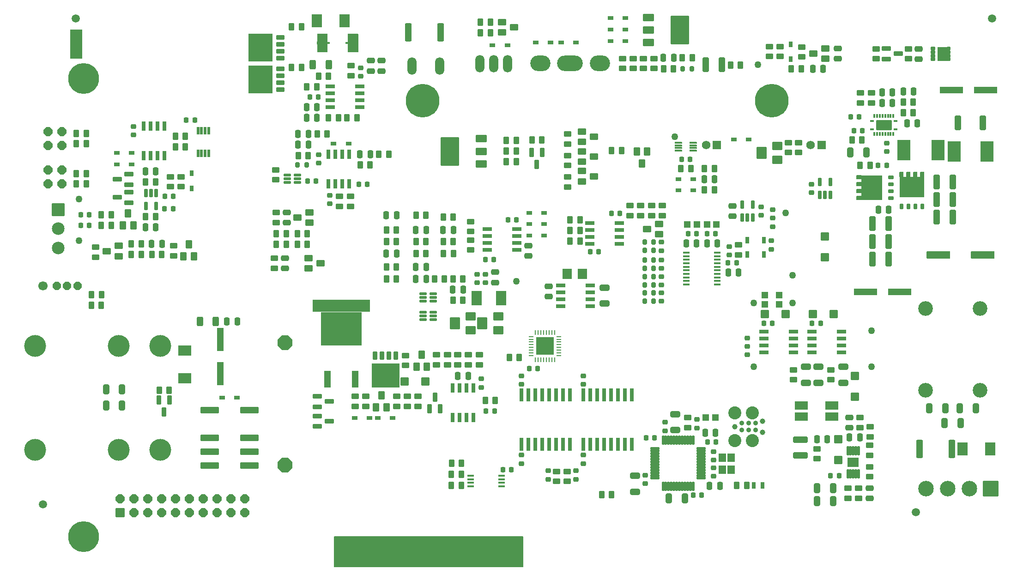
<source format=gbr>
%TF.GenerationSoftware,KiCad,Pcbnew,9.0.5-9.0.5~ubuntu24.04.1*%
%TF.CreationDate,2025-10-22T17:54:57+02:00*%
%TF.ProjectId,EEZ DIB DCP405plus,45455a20-4449-4422-9044-435034303570,r4B2*%
%TF.SameCoordinates,Original*%
%TF.FileFunction,Soldermask,Top*%
%TF.FilePolarity,Negative*%
%FSLAX46Y46*%
G04 Gerber Fmt 4.6, Leading zero omitted, Abs format (unit mm)*
G04 Created by KiCad (PCBNEW 9.0.5-9.0.5~ubuntu24.04.1) date 2025-10-22 17:54:57*
%MOMM*%
%LPD*%
G01*
G04 APERTURE LIST*
G04 Aperture macros list*
%AMRoundRect*
0 Rectangle with rounded corners*
0 $1 Rounding radius*
0 $2 $3 $4 $5 $6 $7 $8 $9 X,Y pos of 4 corners*
0 Add a 4 corners polygon primitive as box body*
4,1,4,$2,$3,$4,$5,$6,$7,$8,$9,$2,$3,0*
0 Add four circle primitives for the rounded corners*
1,1,$1+$1,$2,$3*
1,1,$1+$1,$4,$5*
1,1,$1+$1,$6,$7*
1,1,$1+$1,$8,$9*
0 Add four rect primitives between the rounded corners*
20,1,$1+$1,$2,$3,$4,$5,0*
20,1,$1+$1,$4,$5,$6,$7,0*
20,1,$1+$1,$6,$7,$8,$9,0*
20,1,$1+$1,$8,$9,$2,$3,0*%
%AMFreePoly0*
4,1,25,0.359640,0.808373,0.364542,0.803882,0.803882,0.364542,0.825910,0.317301,0.826200,0.310660,0.826200,-0.310660,0.808373,-0.359640,0.803882,-0.364542,0.364542,-0.803882,0.317301,-0.825910,0.310660,-0.826200,-0.310660,-0.826200,-0.359640,-0.808373,-0.364542,-0.803882,-0.803882,-0.364542,-0.825910,-0.317301,-0.826200,-0.310660,-0.826200,0.310660,-0.808373,0.359640,-0.803882,0.364542,
-0.364542,0.803882,-0.317301,0.825910,-0.310660,0.826200,0.310660,0.826200,0.359640,0.808373,0.359640,0.808373,$1*%
%AMFreePoly1*
4,1,25,0.328574,0.733373,0.333476,0.728882,0.728882,0.333476,0.750910,0.286235,0.751200,0.279594,0.751200,-0.279594,0.733373,-0.328574,0.728882,-0.333476,0.333476,-0.728882,0.286235,-0.750910,0.279594,-0.751200,-0.279594,-0.751200,-0.328574,-0.733373,-0.333476,-0.728882,-0.728882,-0.333476,-0.750910,-0.286235,-0.751200,-0.279594,-0.751200,0.279594,-0.733373,0.328574,-0.728882,0.333476,
-0.333476,0.728882,-0.286235,0.750910,-0.279594,0.751200,0.279594,0.751200,0.328574,0.733373,0.328574,0.733373,$1*%
%AMFreePoly2*
4,1,25,0.575031,1.328373,0.579933,1.323882,1.323882,0.579933,1.345910,0.532692,1.346200,0.526051,1.346200,-0.526051,1.328373,-0.575031,1.323882,-0.579933,0.579933,-1.323882,0.532692,-1.345910,0.526051,-1.346200,-0.526051,-1.346200,-0.575031,-1.328373,-0.579933,-1.323882,-1.323882,-0.579933,-1.345910,-0.532692,-1.346200,-0.526051,-1.346200,0.526051,-1.328373,0.575031,-1.323882,0.579933,
-0.579933,1.323882,-0.532692,1.345910,-0.526051,1.346200,0.526051,1.346200,0.575031,1.328373,0.575031,1.328373,$1*%
G04 Aperture macros list end*
%ADD10C,0.100000*%
%ADD11C,0.000000*%
%ADD12C,0.200000*%
%ADD13RoundRect,0.061553X-0.301947X0.776947X-0.301947X-0.776947X0.301947X-0.776947X0.301947X0.776947X0*%
%ADD14RoundRect,0.250000X-0.262500X-0.450000X0.262500X-0.450000X0.262500X0.450000X-0.262500X0.450000X0*%
%ADD15RoundRect,0.057285X2.101715X0.615815X-2.101715X0.615815X-2.101715X-0.615815X2.101715X-0.615815X0*%
%ADD16RoundRect,0.076200X0.571500X0.114300X-0.571500X0.114300X-0.571500X-0.114300X0.571500X-0.114300X0*%
%ADD17RoundRect,0.250000X-0.250000X-0.475000X0.250000X-0.475000X0.250000X0.475000X-0.250000X0.475000X0*%
%ADD18RoundRect,0.250000X0.262500X0.450000X-0.262500X0.450000X-0.262500X-0.450000X0.262500X-0.450000X0*%
%ADD19R,1.092200X0.762000*%
%ADD20RoundRect,0.250000X0.325000X1.100000X-0.325000X1.100000X-0.325000X-1.100000X0.325000X-1.100000X0*%
%ADD21RoundRect,0.225000X-0.225000X-0.250000X0.225000X-0.250000X0.225000X0.250000X-0.225000X0.250000X0*%
%ADD22RoundRect,0.057888X2.050312X0.564412X-2.050312X0.564412X-2.050312X-0.564412X2.050312X-0.564412X0*%
%ADD23RoundRect,0.250000X-0.450000X0.262500X-0.450000X-0.262500X0.450000X-0.262500X0.450000X0.262500X0*%
%ADD24O,1.676400X3.200400*%
%ADD25RoundRect,0.061553X0.776947X0.301947X-0.776947X0.301947X-0.776947X-0.301947X0.776947X-0.301947X0*%
%ADD26RoundRect,0.250000X-0.325000X-0.650000X0.325000X-0.650000X0.325000X0.650000X-0.325000X0.650000X0*%
%ADD27C,1.270000*%
%ADD28RoundRect,0.057888X-2.050312X-0.564412X2.050312X-0.564412X2.050312X0.564412X-2.050312X0.564412X0*%
%ADD29RoundRect,0.250000X-0.475000X0.250000X-0.475000X-0.250000X0.475000X-0.250000X0.475000X0.250000X0*%
%ADD30RoundRect,0.200000X-0.200000X-0.275000X0.200000X-0.275000X0.200000X0.275000X-0.200000X0.275000X0*%
%ADD31RoundRect,0.250000X0.325000X0.650000X-0.325000X0.650000X-0.325000X-0.650000X0.325000X-0.650000X0*%
%ADD32RoundRect,0.102000X0.800000X0.650000X-0.800000X0.650000X-0.800000X-0.650000X0.800000X-0.650000X0*%
%ADD33RoundRect,0.102000X0.800000X1.000000X-0.800000X1.000000X-0.800000X-1.000000X0.800000X-1.000000X0*%
%ADD34RoundRect,0.225000X0.225000X0.250000X-0.225000X0.250000X-0.225000X-0.250000X0.225000X-0.250000X0*%
%ADD35RoundRect,0.250000X-0.325000X-1.100000X0.325000X-1.100000X0.325000X1.100000X-0.325000X1.100000X0*%
%ADD36RoundRect,0.225000X-0.250000X0.225000X-0.250000X-0.225000X0.250000X-0.225000X0.250000X0.225000X0*%
%ADD37RoundRect,0.057573X0.971127X0.590127X-0.971127X0.590127X-0.971127X-0.590127X0.971127X-0.590127X0*%
%ADD38RoundRect,0.053238X1.610462X2.562962X-1.610462X2.562962X-1.610462X-2.562962X1.610462X-2.562962X0*%
%ADD39RoundRect,0.250000X0.450000X-0.262500X0.450000X0.262500X-0.450000X0.262500X-0.450000X-0.262500X0*%
%ADD40RoundRect,0.055408X-0.708092X-0.708092X0.708092X-0.708092X0.708092X0.708092X-0.708092X0.708092X0*%
%ADD41RoundRect,0.250000X0.250000X0.475000X-0.250000X0.475000X-0.250000X-0.475000X0.250000X-0.475000X0*%
%ADD42RoundRect,0.200000X0.200000X0.275000X-0.200000X0.275000X-0.200000X-0.275000X0.200000X-0.275000X0*%
%ADD43RoundRect,0.057252X0.556248X-0.506248X0.556248X0.506248X-0.556248X0.506248X-0.556248X-0.506248X0*%
%ADD44RoundRect,0.066040X0.264160X-0.429260X0.264160X0.429260X-0.264160X0.429260X-0.264160X-0.429260X0*%
%ADD45RoundRect,0.063500X-0.317500X0.419100X-0.317500X-0.419100X0.317500X-0.419100X0.317500X0.419100X0*%
%ADD46R,4.445000X3.810000*%
%ADD47RoundRect,0.071582X0.753918X0.322118X-0.753918X0.322118X-0.753918X-0.322118X0.753918X-0.322118X0*%
%ADD48RoundRect,0.250000X0.362500X1.075000X-0.362500X1.075000X-0.362500X-1.075000X0.362500X-1.075000X0*%
%ADD49RoundRect,0.066842X-0.872958X-0.250658X0.872958X-0.250658X0.872958X0.250658X-0.872958X0.250658X0*%
%ADD50RoundRect,0.071582X-0.753918X-0.322118X0.753918X-0.322118X0.753918X0.322118X-0.753918X0.322118X0*%
%ADD51RoundRect,0.057252X0.506248X0.706248X-0.506248X0.706248X-0.506248X-0.706248X0.506248X-0.706248X0*%
%ADD52RoundRect,0.225000X0.250000X-0.225000X0.250000X0.225000X-0.250000X0.225000X-0.250000X-0.225000X0*%
%ADD53RoundRect,0.071582X-0.322118X0.753918X-0.322118X-0.753918X0.322118X-0.753918X0.322118X0.753918X0*%
%ADD54O,3.704000X2.844000*%
%ADD55O,4.704000X2.844000*%
%ADD56RoundRect,0.078509X0.734291X-0.137391X0.734291X0.137391X-0.734291X0.137391X-0.734291X-0.137391X0*%
%ADD57RoundRect,0.078509X-0.137391X-0.734291X0.137391X-0.734291X0.137391X0.734291X-0.137391X0.734291X0*%
%ADD58RoundRect,0.062345X0.280555X-1.156855X0.280555X1.156855X-0.280555X1.156855X-0.280555X-1.156855X0*%
%ADD59RoundRect,0.250000X-0.312500X-0.625000X0.312500X-0.625000X0.312500X0.625000X-0.312500X0.625000X0*%
%ADD60RoundRect,0.072571X0.181429X-0.619579X0.181429X0.619579X-0.181429X0.619579X-0.181429X-0.619579X0*%
%ADD61RoundRect,0.055408X-0.708092X0.708092X-0.708092X-0.708092X0.708092X-0.708092X0.708092X0.708092X0*%
%ADD62RoundRect,0.057252X-0.706248X0.506248X-0.706248X-0.506248X0.706248X-0.506248X0.706248X0.506248X0*%
%ADD63R,0.762000X1.295400*%
%ADD64RoundRect,0.072571X-0.587829X-0.181429X0.587829X-0.181429X0.587829X0.181429X-0.587829X0.181429X0*%
%ADD65RoundRect,0.061860X0.364340X0.714340X-0.364340X0.714340X-0.364340X-0.714340X0.364340X-0.714340X0*%
%ADD66RoundRect,0.052600X2.523600X2.173600X-2.523600X2.173600X-2.523600X-2.173600X2.523600X-2.173600X0*%
%ADD67RoundRect,0.054384X-1.109116X0.909116X-1.109116X-0.909116X1.109116X-0.909116X1.109116X0.909116X0*%
%ADD68RoundRect,0.062345X0.280555X-0.661555X0.280555X0.661555X-0.280555X0.661555X-0.280555X-0.661555X0*%
%ADD69C,2.387600*%
%ADD70C,0.990600*%
%ADD71RoundRect,0.457200X-0.000010X-0.000010X0.000010X-0.000010X0.000010X0.000010X-0.000010X0.000010X0*%
%ADD72RoundRect,0.083058X-0.293142X0.113142X-0.293142X-0.113142X0.293142X-0.113142X0.293142X0.113142X0*%
%ADD73RoundRect,0.083058X-0.113142X-0.293142X0.113142X-0.293142X0.113142X0.293142X-0.113142X0.293142X0*%
%ADD74RoundRect,0.083058X0.113142X0.293142X-0.113142X0.293142X-0.113142X-0.293142X0.113142X-0.293142X0*%
%ADD75RoundRect,0.083058X0.293142X-0.113142X0.293142X0.113142X-0.293142X0.113142X-0.293142X-0.113142X0*%
%ADD76RoundRect,0.055354X-1.370846X0.870846X-1.370846X-0.870846X1.370846X-0.870846X1.370846X0.870846X0*%
%ADD77RoundRect,0.250000X-0.650000X0.325000X-0.650000X-0.325000X0.650000X-0.325000X0.650000X0.325000X0*%
%ADD78RoundRect,0.057252X-0.506248X-0.556248X0.506248X-0.556248X0.506248X0.556248X-0.506248X0.556248X0*%
%ADD79RoundRect,0.076200X0.750000X0.750000X-0.750000X0.750000X-0.750000X-0.750000X0.750000X-0.750000X0*%
%ADD80FreePoly0,180.000000*%
%ADD81RoundRect,0.055408X0.708092X-0.708092X0.708092X0.708092X-0.708092X0.708092X-0.708092X-0.708092X0*%
%ADD82C,1.500000*%
%ADD83RoundRect,0.057252X-0.506248X-0.706248X0.506248X-0.706248X0.506248X0.706248X-0.506248X0.706248X0*%
%ADD84RoundRect,0.102000X-1.050000X1.050000X-1.050000X-1.050000X1.050000X-1.050000X1.050000X1.050000X0*%
%ADD85C,2.304000*%
%ADD86RoundRect,0.061553X-0.776947X-0.301947X0.776947X-0.301947X0.776947X0.301947X-0.776947X0.301947X0*%
%ADD87RoundRect,0.071582X0.322118X-0.753918X0.322118X0.753918X-0.322118X0.753918X-0.322118X-0.753918X0*%
%ADD88RoundRect,0.250000X0.650000X-0.325000X0.650000X0.325000X-0.650000X0.325000X-0.650000X-0.325000X0*%
%ADD89RoundRect,0.250000X-0.362500X-1.425000X0.362500X-1.425000X0.362500X1.425000X-0.362500X1.425000X0*%
%ADD90RoundRect,0.058542X-1.597658X-0.517658X1.597658X-0.517658X1.597658X0.517658X-1.597658X0.517658X0*%
%ADD91RoundRect,0.061860X0.714340X-0.364340X0.714340X0.364340X-0.714340X0.364340X-0.714340X-0.364340X0*%
%ADD92RoundRect,0.052600X2.173600X-2.523600X2.173600X2.523600X-2.173600X2.523600X-2.173600X-2.523600X0*%
%ADD93RoundRect,0.250000X0.362500X1.425000X-0.362500X1.425000X-0.362500X-1.425000X0.362500X-1.425000X0*%
%ADD94R,0.762000X1.092200*%
%ADD95RoundRect,0.057252X0.706248X-0.506248X0.706248X0.506248X-0.706248X0.506248X-0.706248X-0.506248X0*%
%ADD96RoundRect,0.102000X-0.600000X-0.700000X0.600000X-0.700000X0.600000X0.700000X-0.600000X0.700000X0*%
%ADD97RoundRect,0.250000X0.475000X-0.250000X0.475000X0.250000X-0.475000X0.250000X-0.475000X-0.250000X0*%
%ADD98RoundRect,0.054832X-0.808668X-0.908668X0.808668X-0.908668X0.808668X0.908668X-0.808668X0.908668X0*%
%ADD99C,1.700000*%
%ADD100FreePoly1,180.000000*%
%ADD101C,5.652400*%
%ADD102RoundRect,0.057888X-0.564412X2.050312X-0.564412X-2.050312X0.564412X-2.050312X0.564412X2.050312X0*%
%ADD103RoundRect,0.066040X0.429260X0.264160X-0.429260X0.264160X-0.429260X-0.264160X0.429260X-0.264160X0*%
%ADD104RoundRect,0.063500X-0.419100X-0.317500X0.419100X-0.317500X0.419100X0.317500X-0.419100X0.317500X0*%
%ADD105R,3.810000X4.445000*%
%ADD106RoundRect,0.102000X1.320000X1.320000X-1.320000X1.320000X-1.320000X-1.320000X1.320000X-1.320000X0*%
%ADD107C,2.844000*%
%ADD108RoundRect,0.102000X-0.350000X-0.210000X0.350000X-0.210000X0.350000X0.210000X-0.350000X0.210000X0*%
%ADD109RoundRect,0.102000X-0.850000X-1.185000X0.850000X-1.185000X0.850000X1.185000X-0.850000X1.185000X0*%
%ADD110RoundRect,0.102000X-0.225000X-0.210000X0.225000X-0.210000X0.225000X0.210000X-0.225000X0.210000X0*%
%ADD111RoundRect,0.076200X0.419100X0.254000X-0.419100X0.254000X-0.419100X-0.254000X0.419100X-0.254000X0*%
%ADD112RoundRect,0.076200X0.889000X0.673100X-0.889000X0.673100X-0.889000X-0.673100X0.889000X-0.673100X0*%
%ADD113RoundRect,0.081280X0.629920X0.121920X-0.629920X0.121920X-0.629920X-0.121920X0.629920X-0.121920X0*%
%ADD114RoundRect,0.076200X-0.889000X-0.673100X0.889000X-0.673100X0.889000X0.673100X-0.889000X0.673100X0*%
%ADD115RoundRect,0.076200X-0.419100X-0.254000X0.419100X-0.254000X0.419100X0.254000X-0.419100X0.254000X0*%
%ADD116RoundRect,0.081280X-0.629920X-0.121920X0.629920X-0.121920X0.629920X0.121920X-0.629920X0.121920X0*%
%ADD117R,1.168400X0.304800*%
%ADD118FreePoly0,0.000000*%
%ADD119RoundRect,0.102000X0.679000X0.679000X-0.679000X0.679000X-0.679000X-0.679000X0.679000X-0.679000X0*%
%ADD120C,1.562000*%
%ADD121RoundRect,0.250000X-1.100000X0.325000X-1.100000X-0.325000X1.100000X-0.325000X1.100000X0.325000X0*%
%ADD122RoundRect,0.054384X0.909116X1.109116X-0.909116X1.109116X-0.909116X-1.109116X0.909116X-1.109116X0*%
%ADD123R,1.300000X3.100000*%
%ADD124R,10.600000X2.250000*%
%ADD125R,7.500000X6.200000*%
%ADD126RoundRect,0.056330X-1.169870X-0.719870X1.169870X-0.719870X1.169870X0.719870X-1.169870X0.719870X0*%
%ADD127RoundRect,0.054166X1.172034X-1.772034X1.172034X1.772034X-1.172034X1.772034X-1.172034X-1.772034X0*%
%ADD128RoundRect,0.055408X0.708092X0.708092X-0.708092X0.708092X-0.708092X-0.708092X0.708092X-0.708092X0*%
%ADD129RoundRect,0.062345X-0.280555X0.661555X-0.280555X-0.661555X0.280555X-0.661555X0.280555X0.661555X0*%
%ADD130FreePoly2,0.000000*%
%ADD131RoundRect,0.057573X-0.971127X-0.590127X0.971127X-0.590127X0.971127X0.590127X-0.971127X0.590127X0*%
%ADD132RoundRect,0.053238X-1.610462X-2.562962X1.610462X-2.562962X1.610462X2.562962X-1.610462X2.562962X0*%
%ADD133C,2.692400*%
%ADD134RoundRect,0.078509X0.137391X-0.772391X0.137391X0.772391X-0.137391X0.772391X-0.137391X-0.772391X0*%
%ADD135RoundRect,0.055716X0.960284X-0.807884X0.960284X0.807884X-0.960284X0.807884X-0.960284X-0.807884X0*%
%ADD136RoundRect,0.250000X0.312500X0.625000X-0.312500X0.625000X-0.312500X-0.625000X0.312500X-0.625000X0*%
%ADD137R,0.914400X0.254000*%
%ADD138R,0.254000X0.914400*%
%ADD139R,3.251200X3.251200*%
%ADD140C,4.000000*%
%ADD141RoundRect,0.061553X0.301947X-0.776947X0.301947X0.776947X-0.301947X0.776947X-0.301947X-0.776947X0*%
%ADD142R,0.736600X1.193800*%
%ADD143RoundRect,0.054384X-0.909116X-1.109116X0.909116X-1.109116X0.909116X1.109116X-0.909116X1.109116X0*%
%ADD144C,6.152400*%
G04 APERTURE END LIST*
D10*
X66998850Y-53955950D02*
X69094350Y-53955950D01*
X69094350Y-59226450D01*
X66998850Y-59226450D01*
X66998850Y-53955950D01*
G36*
X66998850Y-53955950D02*
G01*
X69094350Y-53955950D01*
X69094350Y-59226450D01*
X66998850Y-59226450D01*
X66998850Y-53955950D01*
G37*
D11*
%TO.C,Q5*%
G36*
X219712588Y-80976482D02*
G01*
X220347588Y-80976482D01*
X220347588Y-80163682D01*
X220982588Y-80163682D01*
X220982588Y-80976482D01*
X221617588Y-80976482D01*
X221617588Y-80163682D01*
X222252588Y-80163682D01*
X222252588Y-80976482D01*
X222887588Y-80976482D01*
X222887588Y-80163682D01*
X223522588Y-80163682D01*
X223522588Y-84761091D01*
X219077588Y-84761091D01*
X219077588Y-80163682D01*
X219712588Y-80163682D01*
X219712588Y-80976482D01*
G37*
D12*
%TO.C,X1*%
X149950000Y-152450000D02*
X115450000Y-152450000D01*
X115450000Y-146950000D01*
X149950000Y-146950000D01*
X149950000Y-152450000D01*
G36*
X149950000Y-152450000D02*
G01*
X115450000Y-152450000D01*
X115450000Y-146950000D01*
X149950000Y-146950000D01*
X149950000Y-152450000D01*
G37*
D11*
%TO.C,Q4*%
G36*
X215834897Y-85209782D02*
G01*
X211237488Y-85209782D01*
X211237488Y-84574782D01*
X212050288Y-84574782D01*
X212050288Y-83939782D01*
X211237488Y-83939782D01*
X211237488Y-83304782D01*
X212050288Y-83304782D01*
X212050288Y-82669782D01*
X211237488Y-82669782D01*
X211237488Y-82034782D01*
X212050288Y-82034782D01*
X212050288Y-81399782D01*
X211237488Y-81399782D01*
X211237488Y-80764782D01*
X215834897Y-80764782D01*
X215834897Y-85209782D01*
G37*
%TO.C,R94*%
D10*
X119746600Y-58030500D02*
X117905100Y-58030500D01*
X117905100Y-54855500D01*
X119746600Y-54855500D01*
X119746600Y-58030500D01*
%TD*%
D13*
%TO.C,IC26*%
X140906400Y-119717300D03*
X139636400Y-119717300D03*
X138366400Y-119717300D03*
X137096400Y-119717300D03*
X137096400Y-125117300D03*
X138366400Y-125117300D03*
X139636400Y-125117300D03*
X140906400Y-125117300D03*
%TD*%
D14*
%TO.C,R73*%
X142195600Y-52633000D03*
X144020600Y-52633000D03*
%TD*%
D15*
%TO.C,C74*%
X234317588Y-95306282D03*
X226189588Y-95306282D03*
%TD*%
D16*
%TO.C,IC7*%
X181246200Y-76204900D03*
X181246200Y-75704900D03*
X181246200Y-75204900D03*
X181246200Y-74704900D03*
X178503000Y-74704900D03*
X178503000Y-75204900D03*
X178503000Y-75704900D03*
X178503000Y-76204900D03*
%TD*%
D17*
%TO.C,C13*%
X179923000Y-93169400D03*
X181823000Y-93169400D03*
%TD*%
D18*
%TO.C,R75*%
X125397500Y-76849900D03*
X123572500Y-76849900D03*
%TD*%
D19*
%TO.C,D3*%
X178498100Y-83453900D03*
X181215900Y-83453900D03*
%TD*%
D14*
%TO.C,R74*%
X142195600Y-54595150D03*
X144020600Y-54595150D03*
%TD*%
D20*
%TO.C,C84*%
X186435500Y-60466900D03*
X183485500Y-60466900D03*
%TD*%
D21*
%TO.C,JP3*%
X172541600Y-128803400D03*
X174091600Y-128803400D03*
%TD*%
D22*
%TO.C,C76*%
X234838288Y-65080282D03*
X228589888Y-65080282D03*
%TD*%
D23*
%TO.C,R61*%
X172110000Y-59302900D03*
X172110000Y-61127900D03*
%TD*%
D24*
%TO.C,R78*%
X134726100Y-60697500D03*
X129646100Y-60697500D03*
%TD*%
D23*
%TO.C,R32*%
X213529600Y-130206500D03*
X213529600Y-132031500D03*
%TD*%
D14*
%TO.C,R20*%
X70893300Y-104521000D03*
X72718300Y-104521000D03*
%TD*%
%TO.C,R54*%
X175769500Y-61165400D03*
X177594500Y-61165400D03*
%TD*%
D25*
%TO.C,IC16*%
X120096950Y-68249000D03*
X120096950Y-66979000D03*
X120096950Y-65709000D03*
X120096950Y-64439000D03*
X114696950Y-64439000D03*
X114696950Y-65709000D03*
X114696950Y-66979000D03*
X114696950Y-68249000D03*
%TD*%
D17*
%TO.C,C95*%
X135369950Y-90733000D03*
X137269950Y-90733000D03*
%TD*%
D26*
%TO.C,C21*%
X176706000Y-139903200D03*
X179656000Y-139903200D03*
%TD*%
D27*
%TO.C,TP2*%
X148818600Y-100152200D03*
%TD*%
D28*
%TO.C,C69*%
X212824688Y-102045782D03*
X219073088Y-102045782D03*
%TD*%
D18*
%TO.C,R127*%
X69937000Y-73025000D03*
X68112000Y-73025000D03*
%TD*%
D14*
%TO.C,R96*%
X124993600Y-99686500D03*
X126818600Y-99686500D03*
%TD*%
D29*
%TO.C,C92*%
X150964500Y-93616400D03*
X150964500Y-95516400D03*
%TD*%
D30*
%TO.C,R70*%
X108699800Y-78765400D03*
X110349800Y-78765400D03*
%TD*%
D23*
%TO.C,R29*%
X203923500Y-130864900D03*
X203923500Y-132689900D03*
%TD*%
D31*
%TO.C,C40*%
X206876600Y-140453500D03*
X203926600Y-140453500D03*
%TD*%
D32*
%TO.C,RV1*%
X196649000Y-77831000D03*
D33*
X193749000Y-76581000D03*
D32*
X196649000Y-75331000D03*
%TD*%
D34*
%TO.C,JP11*%
X144791900Y-123966700D03*
X143241900Y-123966700D03*
%TD*%
%TO.C,C82*%
X112456950Y-66349000D03*
X110906950Y-66349000D03*
%TD*%
D35*
%TO.C,C64*%
X214110088Y-96068282D03*
X217060088Y-96068282D03*
%TD*%
D17*
%TO.C,C62*%
X215841588Y-65524782D03*
X217741588Y-65524782D03*
%TD*%
D36*
%TO.C,C15*%
X149733000Y-117462000D03*
X149733000Y-119012000D03*
%TD*%
D19*
%TO.C,D15*%
X159689400Y-56402900D03*
X156971600Y-56402900D03*
%TD*%
D18*
%TO.C,R98*%
X126818450Y-90733000D03*
X124993450Y-90733000D03*
%TD*%
D19*
%TO.C,D23*%
X97561400Y-121467000D03*
X94843600Y-121467000D03*
%TD*%
D36*
%TO.C,C14*%
X161086800Y-117462000D03*
X161086800Y-119012000D03*
%TD*%
D27*
%TO.C,TP10*%
X193040000Y-60452000D03*
%TD*%
D37*
%TO.C,Q15*%
X142378000Y-78629900D03*
X142378000Y-76318500D03*
D38*
X136612200Y-76318500D03*
D37*
X142378000Y-74007100D03*
%TD*%
D39*
%TO.C,R48*%
X197121200Y-58943000D03*
X197121200Y-57118000D03*
%TD*%
D14*
%TO.C,R63*%
X112269500Y-73130800D03*
X114094500Y-73130800D03*
%TD*%
D40*
%TO.C,ZD7*%
X132125800Y-118474000D03*
X128325800Y-118474000D03*
%TD*%
D18*
%TO.C,R37*%
X221560388Y-69254382D03*
X219735388Y-69254382D03*
%TD*%
D14*
%TO.C,R82*%
X110388450Y-64507500D03*
X112213450Y-64507500D03*
%TD*%
D41*
%TO.C,C101*%
X132253450Y-97527500D03*
X130353450Y-97527500D03*
%TD*%
D42*
%TO.C,R55*%
X180936000Y-61165400D03*
X179286000Y-61165400D03*
%TD*%
D43*
%TO.C,FB5*%
X194310000Y-104380400D03*
X194310000Y-102680400D03*
%TD*%
D21*
%TO.C,C38*%
X151167800Y-116128800D03*
X152717800Y-116128800D03*
%TD*%
D17*
%TO.C,C79*%
X110350950Y-70159000D03*
X112250950Y-70159000D03*
%TD*%
D44*
%TO.C,Q5*%
X219395088Y-86407782D03*
X220665088Y-86407782D03*
X221935088Y-86407782D03*
X223205088Y-86407782D03*
D45*
X223205088Y-80582782D03*
X221935088Y-80582782D03*
X220665088Y-80582782D03*
D46*
X221300088Y-82860282D03*
D45*
X219395088Y-80582782D03*
%TD*%
D47*
%TO.C,Q26*%
X77766400Y-85725700D03*
X77766400Y-83795300D03*
X75607400Y-84760500D03*
%TD*%
D23*
%TO.C,R132*%
X140022400Y-113630800D03*
X140022400Y-115455800D03*
%TD*%
D27*
%TO.C,TP3*%
X199390000Y-99060000D03*
%TD*%
D41*
%TO.C,C93*%
X139024000Y-101667700D03*
X137124000Y-101667700D03*
%TD*%
D17*
%TO.C,C120*%
X183245000Y-81421900D03*
X185145000Y-81421900D03*
%TD*%
D21*
%TO.C,C24*%
X181190600Y-139344400D03*
X182740600Y-139344400D03*
%TD*%
D23*
%TO.C,R112*%
X104423900Y-95916500D03*
X104423900Y-97741500D03*
%TD*%
D31*
%TO.C,C114*%
X76517500Y-119951500D03*
X73567500Y-119951500D03*
%TD*%
D14*
%TO.C,R72*%
X137161500Y-103646900D03*
X138986500Y-103646900D03*
%TD*%
D20*
%TO.C,C73*%
X228807588Y-85146282D03*
X225857588Y-85146282D03*
%TD*%
D48*
%TO.C,R46*%
X234344088Y-71112782D03*
X229719088Y-71112782D03*
%TD*%
D49*
%TO.C,IC6*%
X141490300Y-102237200D03*
X141490300Y-102872200D03*
X141490300Y-103532600D03*
X141490300Y-104167600D03*
X145960700Y-104167600D03*
X145960700Y-103532600D03*
X145960700Y-102872200D03*
X145960700Y-102237200D03*
%TD*%
D50*
%TO.C,Q1*%
X112310600Y-121200300D03*
X112310600Y-123130700D03*
X114469600Y-122165500D03*
%TD*%
D51*
%TO.C,Q13*%
X172760100Y-76317050D03*
X171810100Y-78517050D03*
X170860100Y-76317050D03*
%TD*%
D27*
%TO.C,TP5*%
X192278000Y-104140000D03*
%TD*%
D21*
%TO.C,C97*%
X110519600Y-81728700D03*
X112069600Y-81728700D03*
%TD*%
D36*
%TO.C,C11*%
X175412500Y-96204400D03*
X175412500Y-97754400D03*
%TD*%
D52*
%TO.C,C3*%
X175412500Y-100802400D03*
X175412500Y-99252400D03*
%TD*%
D53*
%TO.C,Q3*%
X153502921Y-76521700D03*
X151572521Y-76521700D03*
X152537721Y-78680700D03*
%TD*%
D54*
%TO.C,Q14*%
X164098000Y-60212900D03*
D55*
X158648000Y-60212900D03*
D54*
X153198000Y-60212900D03*
%TD*%
D23*
%TO.C,R141*%
X121175200Y-121240300D03*
X121175200Y-123065300D03*
%TD*%
D18*
%TO.C,R88*%
X137272000Y-95074400D03*
X135447000Y-95074400D03*
%TD*%
D29*
%TO.C,C81*%
X124058100Y-59677650D03*
X124058100Y-61577650D03*
%TD*%
D41*
%TO.C,C118*%
X139956400Y-117527800D03*
X138056400Y-117527800D03*
%TD*%
D14*
%TO.C,R23*%
X147499700Y-114147600D03*
X149324700Y-114147600D03*
%TD*%
D36*
%TO.C,JP5*%
X191084200Y-110514800D03*
X191084200Y-112064800D03*
X191084200Y-113614800D03*
%TD*%
D42*
%TO.C,R4*%
X173951500Y-92978900D03*
X172301500Y-92978900D03*
%TD*%
D56*
%TO.C,IC4*%
X182651400Y-136245600D03*
X182651400Y-135763000D03*
X182651400Y-135255000D03*
X182651400Y-134747000D03*
X182651400Y-134264400D03*
X182651400Y-133756400D03*
X182651400Y-133248400D03*
X182651400Y-132740400D03*
X182651400Y-132257800D03*
X182651400Y-131749800D03*
X182651400Y-131241800D03*
X182651400Y-130759200D03*
D57*
X181178200Y-129286000D03*
X180695600Y-129286000D03*
X180187600Y-129286000D03*
X179679600Y-129286000D03*
X179197000Y-129286000D03*
X178689000Y-129286000D03*
X178181000Y-129286000D03*
X177673000Y-129286000D03*
X177190400Y-129286000D03*
X176682400Y-129286000D03*
X176174400Y-129286000D03*
X175691800Y-129286000D03*
D56*
X174218600Y-130759200D03*
X174218600Y-131241800D03*
X174218600Y-131749800D03*
X174218600Y-132257800D03*
X174218600Y-132740400D03*
X174218600Y-133248400D03*
X174218600Y-133756400D03*
X174218600Y-134264400D03*
X174218600Y-134747000D03*
X174218600Y-135255000D03*
X174218600Y-135763000D03*
X174218600Y-136245600D03*
D57*
X175691800Y-137718800D03*
X176174400Y-137718800D03*
X176682400Y-137718800D03*
X177190400Y-137718800D03*
X177673000Y-137718800D03*
X178181000Y-137718800D03*
X178689000Y-137718800D03*
X179197000Y-137718800D03*
X179679600Y-137718800D03*
X180187600Y-137718800D03*
X180695600Y-137718800D03*
X181178200Y-137718800D03*
%TD*%
D39*
%TO.C,R57*%
X168300000Y-61127900D03*
X168300000Y-59302900D03*
%TD*%
D23*
%TO.C,R10*%
X158104200Y-134988300D03*
X158104200Y-136813300D03*
%TD*%
D58*
%TO.C,IC1*%
X161086800Y-130022600D03*
X162356800Y-130022600D03*
X163626800Y-130022600D03*
X164896800Y-130022600D03*
X166166800Y-130022600D03*
X167436800Y-130022600D03*
X168706800Y-130022600D03*
X169976800Y-130022600D03*
X169976800Y-120980200D03*
X168706800Y-120980200D03*
X167436800Y-120980200D03*
X166166800Y-120980200D03*
X164896800Y-120980200D03*
X163626800Y-120980200D03*
X162356800Y-120980200D03*
X161086800Y-120980200D03*
%TD*%
D18*
%TO.C,R66*%
X138986500Y-99699200D03*
X137161500Y-99699200D03*
%TD*%
D52*
%TO.C,C8*%
X161086800Y-133540800D03*
X161086800Y-131990800D03*
%TD*%
D59*
%TO.C,R119*%
X90790300Y-107467400D03*
X93715300Y-107467400D03*
%TD*%
D39*
%TO.C,R125*%
X173570500Y-88112900D03*
X173570500Y-86287900D03*
%TD*%
D60*
%TO.C,IC20*%
X90423000Y-76655750D03*
X91073000Y-76655750D03*
X91723000Y-76655750D03*
X92373000Y-76655750D03*
X92373000Y-72528250D03*
X91723000Y-72528250D03*
X91073000Y-72528250D03*
X90423000Y-72528250D03*
%TD*%
D61*
%TO.C,D9*%
X205333600Y-95732600D03*
X205333600Y-91932600D03*
%TD*%
D39*
%TO.C,R134*%
X141990900Y-115455800D03*
X141990900Y-113630800D03*
%TD*%
D35*
%TO.C,C65*%
X214110088Y-92829782D03*
X217060088Y-92829782D03*
%TD*%
D62*
%TO.C,Q9*%
X160804100Y-72676100D03*
X163004100Y-73626100D03*
X160804100Y-74576100D03*
%TD*%
D36*
%TO.C,C31*%
X143154000Y-98871400D03*
X143154000Y-100421400D03*
%TD*%
D21*
%TO.C,C86*%
X147228950Y-88891500D03*
X148778950Y-88891500D03*
%TD*%
D63*
%TO.C,D1*%
X192303400Y-137579100D03*
X193954400Y-137579100D03*
%TD*%
D18*
%TO.C,R118*%
X88119500Y-73512500D03*
X86294500Y-73512500D03*
%TD*%
%TO.C,R76*%
X116163150Y-70171700D03*
X114338150Y-70171700D03*
%TD*%
D39*
%TO.C,R25*%
X211561100Y-139905500D03*
X211561100Y-138080500D03*
%TD*%
D41*
%TO.C,C108*%
X82696000Y-79989500D03*
X80796000Y-79989500D03*
%TD*%
D42*
%TO.C,R3*%
X173951000Y-100789400D03*
X172301000Y-100789400D03*
%TD*%
D64*
%TO.C,IC23*%
X131690800Y-102429700D03*
X131690800Y-103090100D03*
X131690800Y-103750500D03*
X133570400Y-103750500D03*
X133570400Y-103090100D03*
X133570400Y-102429700D03*
%TD*%
D18*
%TO.C,R67*%
X121960700Y-78833100D03*
X120135700Y-78833100D03*
%TD*%
D34*
%TO.C,C7*%
X185267500Y-91454900D03*
X183717500Y-91454900D03*
%TD*%
D19*
%TO.C,D14*%
X151147200Y-89653500D03*
X153865000Y-89653500D03*
%TD*%
D17*
%TO.C,C90*%
X108776150Y-73130800D03*
X110676150Y-73130800D03*
%TD*%
D65*
%TO.C,Q31*%
X126720600Y-113766600D03*
X125450600Y-113766600D03*
X124180600Y-113766600D03*
X122910600Y-113766600D03*
D66*
X124815600Y-117416600D03*
%TD*%
D31*
%TO.C,C54*%
X230252800Y-126161800D03*
X227302800Y-126161800D03*
%TD*%
D39*
%TO.C,R115*%
X85416300Y-82819700D03*
X85416300Y-80994700D03*
%TD*%
D67*
%TO.C,ZD6*%
X88011000Y-117929500D03*
X88011000Y-112829500D03*
%TD*%
D14*
%TO.C,R136*%
X143110400Y-122010900D03*
X144935400Y-122010900D03*
%TD*%
D18*
%TO.C,R97*%
X109400400Y-60932300D03*
X107575400Y-60932300D03*
%TD*%
D68*
%TO.C,IC9*%
X204434000Y-84328000D03*
X205384000Y-84328000D03*
X206334000Y-84328000D03*
X206334000Y-81940400D03*
X204434000Y-81940400D03*
%TD*%
D69*
%TO.C,X2*%
X188849000Y-124231400D03*
D70*
X188849000Y-126771400D03*
D69*
X188849000Y-129311400D03*
X192024000Y-124231400D03*
X192024000Y-129311400D03*
D70*
X193929000Y-125755400D03*
X193929000Y-127787400D03*
D71*
X190119000Y-127406400D03*
X190119000Y-126136400D03*
X191389000Y-127406400D03*
X191389000Y-126136400D03*
X192659000Y-127406400D03*
X192659000Y-126136400D03*
%TD*%
D31*
%TO.C,C56*%
X227453200Y-123451000D03*
X224503200Y-123451000D03*
%TD*%
D72*
%TO.C,IC15*%
X218306588Y-70743782D03*
D73*
X217906588Y-69843782D03*
X217406588Y-69843782D03*
X216906588Y-69843782D03*
X216406588Y-69843782D03*
X215906585Y-69843782D03*
X215406588Y-69843782D03*
X214906588Y-69843782D03*
D74*
X214406588Y-69843782D03*
D72*
X214006588Y-70743782D03*
D75*
X214006588Y-72243782D03*
D74*
X214406588Y-73143782D03*
X214906588Y-73143782D03*
X215406588Y-73143782D03*
X215906588Y-73143782D03*
X216406591Y-73143782D03*
X216906588Y-73143782D03*
X217406588Y-73143782D03*
X217906591Y-73143782D03*
D75*
X218306588Y-72243782D03*
D76*
X216156588Y-71493782D03*
%TD*%
D34*
%TO.C,C33*%
X180649600Y-77753600D03*
X179099600Y-77753600D03*
%TD*%
D14*
%TO.C,R62*%
X108807300Y-77074150D03*
X110632300Y-77074150D03*
%TD*%
D77*
%TO.C,C29*%
X170536350Y-135813050D03*
X170536350Y-138763050D03*
%TD*%
D42*
%TO.C,R2*%
X173951500Y-99265400D03*
X172301500Y-99265400D03*
%TD*%
D78*
%TO.C,FB2*%
X180160000Y-89750000D03*
X181860000Y-89750000D03*
%TD*%
D27*
%TO.C,TP8*%
X213868000Y-115824000D03*
%TD*%
D18*
%TO.C,R109*%
X110475000Y-91391400D03*
X108650000Y-91391400D03*
%TD*%
D23*
%TO.C,R59*%
X174015000Y-59302900D03*
X174015000Y-61127900D03*
%TD*%
D19*
%TO.C,D8*%
X188633100Y-74117200D03*
X191350900Y-74117200D03*
%TD*%
D17*
%TO.C,C59*%
X219717888Y-65317382D03*
X221617888Y-65317382D03*
%TD*%
D29*
%TO.C,C41*%
X213529600Y-138043000D03*
X213529600Y-139943000D03*
%TD*%
D39*
%TO.C,R13*%
X180238400Y-126972700D03*
X180238400Y-125147700D03*
%TD*%
D41*
%TO.C,C55*%
X222302654Y-71199682D03*
X220402654Y-71199682D03*
%TD*%
D23*
%TO.C,R143*%
X134172200Y-113630800D03*
X134172200Y-115455800D03*
%TD*%
D41*
%TO.C,C112*%
X97647800Y-107467400D03*
X95747800Y-107467400D03*
%TD*%
D79*
%TO.C,X5*%
X76140000Y-142540000D03*
D80*
X76140000Y-140000000D03*
X78680000Y-142540000D03*
X78680000Y-140000000D03*
X81220000Y-142540000D03*
X81220000Y-140000000D03*
X83760000Y-142540000D03*
X83760000Y-140000000D03*
X86300000Y-142540000D03*
X86300000Y-140000000D03*
X88840000Y-142540000D03*
X88840000Y-140000000D03*
X91380000Y-142540000D03*
X91380000Y-140000000D03*
X93920000Y-142540000D03*
X93920000Y-140000000D03*
X96460000Y-142540000D03*
X96460000Y-140000000D03*
X99000000Y-142540000D03*
X99000000Y-140000000D03*
%TD*%
D81*
%TO.C,D5*%
X210883500Y-117480000D03*
X210883500Y-121280000D03*
%TD*%
D18*
%TO.C,R122*%
X69937000Y-82296000D03*
X68112000Y-82296000D03*
%TD*%
D20*
%TO.C,C71*%
X228807588Y-81907782D03*
X225857588Y-81907782D03*
%TD*%
D39*
%TO.C,R100*%
X71695400Y-95720900D03*
X71695400Y-93895900D03*
%TD*%
D41*
%TO.C,C26*%
X186090600Y-137617200D03*
X184190600Y-137617200D03*
%TD*%
%TO.C,C105*%
X83830200Y-93281500D03*
X81930200Y-93281500D03*
%TD*%
D52*
%TO.C,C88*%
X112577300Y-78484150D03*
X112577300Y-76934150D03*
%TD*%
D29*
%TO.C,C72*%
X222564600Y-57519000D03*
X222564600Y-59419000D03*
%TD*%
D23*
%TO.C,R124*%
X169633500Y-86287900D03*
X169633500Y-88112900D03*
%TD*%
D19*
%TO.C,D16*%
X118021100Y-74930000D03*
X115303300Y-74930000D03*
%TD*%
D18*
%TO.C,R81*%
X119555500Y-70171700D03*
X117730500Y-70171700D03*
%TD*%
D14*
%TO.C,R22*%
X146939050Y-78198100D03*
X148764050Y-78198100D03*
%TD*%
D52*
%TO.C,C83*%
X120248100Y-62545650D03*
X120248100Y-60995650D03*
%TD*%
D82*
%TO.C,FM2*%
X236000000Y-52000000D03*
%TD*%
D68*
%TO.C,IC14*%
X190208600Y-88448400D03*
X191158600Y-88448400D03*
X192108600Y-88448400D03*
X192108600Y-86060800D03*
X190208600Y-86060800D03*
%TD*%
D62*
%TO.C,Q11*%
X160810300Y-79927800D03*
X163010300Y-80877800D03*
X160810300Y-81827800D03*
%TD*%
D42*
%TO.C,R7*%
X173950500Y-102249900D03*
X172300500Y-102249900D03*
%TD*%
D17*
%TO.C,C102*%
X124955950Y-95051000D03*
X126855950Y-95051000D03*
%TD*%
D14*
%TO.C,R131*%
X158624500Y-90847300D03*
X160449500Y-90847300D03*
%TD*%
D19*
%TO.C,D11*%
X168768600Y-56148900D03*
X166050800Y-56148900D03*
%TD*%
D83*
%TO.C,Q28*%
X130499500Y-115772500D03*
X131449500Y-113572500D03*
X132399500Y-115772500D03*
%TD*%
D23*
%TO.C,R142*%
X126826700Y-121240300D03*
X126826700Y-123065300D03*
%TD*%
D14*
%TO.C,R50*%
X188048500Y-60483950D03*
X189873500Y-60483950D03*
%TD*%
D50*
%TO.C,Q2*%
X112310600Y-124819800D03*
X112310600Y-126750200D03*
X114469600Y-125785000D03*
%TD*%
D36*
%TO.C,JP2*%
X159717100Y-134879700D03*
X159717100Y-136429700D03*
%TD*%
D84*
%TO.C,X4*%
X64800000Y-87000000D03*
D85*
X64800000Y-90500000D03*
X64800000Y-94000000D03*
%TD*%
D42*
%TO.C,R8*%
X173951500Y-97741400D03*
X172301500Y-97741400D03*
%TD*%
D78*
%TO.C,FB3*%
X183542200Y-125095000D03*
X185242200Y-125095000D03*
%TD*%
D86*
%TO.C,IC12*%
X202996800Y-109397800D03*
X202996800Y-110667800D03*
X202996800Y-111937800D03*
X202996800Y-113207800D03*
X208396800Y-113207800D03*
X208396800Y-111937800D03*
X208396800Y-110667800D03*
X208396800Y-109397800D03*
%TD*%
D87*
%TO.C,Q27*%
X132892800Y-123507500D03*
X134823200Y-123507500D03*
X133858000Y-121348500D03*
%TD*%
D42*
%TO.C,R5*%
X173951500Y-94502900D03*
X172301500Y-94502900D03*
%TD*%
D39*
%TO.C,R60*%
X170205000Y-61127900D03*
X170205000Y-59302900D03*
%TD*%
D23*
%TO.C,R133*%
X138053900Y-113630800D03*
X138053900Y-115455800D03*
%TD*%
D77*
%TO.C,C18*%
X177901600Y-124483600D03*
X177901600Y-127433600D03*
%TD*%
D25*
%TO.C,IC25*%
X167639400Y-93255300D03*
X167639400Y-91985300D03*
X167639400Y-90715300D03*
X167639400Y-89445300D03*
X162239400Y-89445300D03*
X162239400Y-90715300D03*
X162239400Y-91985300D03*
X162239400Y-93255300D03*
%TD*%
D18*
%TO.C,R87*%
X132215950Y-92892000D03*
X130390950Y-92892000D03*
%TD*%
D17*
%TO.C,C96*%
X130353450Y-99686500D03*
X132253450Y-99686500D03*
%TD*%
D21*
%TO.C,JP10*%
X68912000Y-89895500D03*
X70462000Y-89895500D03*
%TD*%
D23*
%TO.C,R95*%
X116393650Y-84600800D03*
X116393650Y-86425800D03*
%TD*%
D34*
%TO.C,C16*%
X181838500Y-91454900D03*
X180288500Y-91454900D03*
%TD*%
D83*
%TO.C,Q29*%
X123082700Y-123252800D03*
X124032700Y-121052800D03*
X124982700Y-123252800D03*
%TD*%
D88*
%TO.C,C48*%
X204195100Y-118751000D03*
X204195100Y-115801000D03*
%TD*%
D19*
%TO.C,D12*%
X168768600Y-51894400D03*
X166050800Y-51894400D03*
%TD*%
D36*
%TO.C,C28*%
X172415950Y-135687550D03*
X172415950Y-137237550D03*
%TD*%
D89*
%TO.C,R79*%
X129015500Y-54497900D03*
X134940500Y-54497900D03*
%TD*%
D18*
%TO.C,R130*%
X160455700Y-88878800D03*
X158630700Y-88878800D03*
%TD*%
D90*
%TO.C,K1*%
X92582500Y-123761500D03*
X92582500Y-128841500D03*
X92582500Y-131381500D03*
X92582500Y-133921500D03*
X99822500Y-133921500D03*
X99822500Y-131381500D03*
X99822500Y-128841500D03*
X99822500Y-123761500D03*
%TD*%
D18*
%TO.C,R120*%
X69937000Y-80391000D03*
X68112000Y-80391000D03*
%TD*%
D14*
%TO.C,R56*%
X166262100Y-76191500D03*
X168087100Y-76191500D03*
%TD*%
D19*
%TO.C,D21*%
X78282200Y-76592400D03*
X75564400Y-76592400D03*
%TD*%
D27*
%TO.C,TP11*%
X68580000Y-85090000D03*
%TD*%
D23*
%TO.C,R139*%
X128795200Y-121240300D03*
X128795200Y-123065300D03*
%TD*%
D91*
%TO.C,Q18*%
X105499100Y-65015500D03*
X105499100Y-63745500D03*
X105499100Y-62475500D03*
X105499100Y-61205500D03*
D92*
X101849100Y-63110500D03*
%TD*%
D83*
%TO.C,ZD5*%
X76668500Y-89852500D03*
X78568500Y-89852500D03*
X77618500Y-87652500D03*
%TD*%
D19*
%TO.C,D22*%
X78282200Y-78687900D03*
X75564400Y-78687900D03*
%TD*%
D18*
%TO.C,R99*%
X109400400Y-53452000D03*
X107575400Y-53452000D03*
%TD*%
D93*
%TO.C,R35*%
X228600000Y-130873500D03*
X222675000Y-130873500D03*
%TD*%
D14*
%TO.C,R58*%
X179198500Y-59196900D03*
X181023500Y-59196900D03*
%TD*%
D23*
%TO.C,R51*%
X158195700Y-73132700D03*
X158195700Y-74957700D03*
%TD*%
D34*
%TO.C,C116*%
X163847500Y-94742000D03*
X162297500Y-94742000D03*
%TD*%
D53*
%TO.C,Q24*%
X85178900Y-121920000D03*
X83248500Y-121920000D03*
X84213700Y-124079000D03*
%TD*%
D26*
%TO.C,C115*%
X73567500Y-122936000D03*
X76517500Y-122936000D03*
%TD*%
D17*
%TO.C,C100*%
X130353450Y-90733000D03*
X132253450Y-90733000D03*
%TD*%
D42*
%TO.C,R9*%
X173951500Y-96217400D03*
X172301500Y-96217400D03*
%TD*%
D27*
%TO.C,TP4*%
X192278000Y-115824000D03*
%TD*%
D39*
%TO.C,R137*%
X130763700Y-123065300D03*
X130763700Y-121240300D03*
%TD*%
D41*
%TO.C,C45*%
X205780100Y-129087000D03*
X203880100Y-129087000D03*
%TD*%
D14*
%TO.C,R121*%
X83313900Y-120078500D03*
X85138900Y-120078500D03*
%TD*%
D23*
%TO.C,R140*%
X119206700Y-121240300D03*
X119206700Y-123065300D03*
%TD*%
D61*
%TO.C,D4*%
X207814600Y-132862400D03*
X207814600Y-129062400D03*
%TD*%
D14*
%TO.C,R65*%
X146945400Y-74280150D03*
X148770400Y-74280150D03*
%TD*%
D62*
%TO.C,Q16*%
X146199100Y-52629150D03*
X148399100Y-53579150D03*
X146199100Y-54529150D03*
%TD*%
D23*
%TO.C,R101*%
X85943350Y-93618500D03*
X85943350Y-95443500D03*
%TD*%
D47*
%TO.C,Q25*%
X77766400Y-82423700D03*
X77766400Y-80493300D03*
X75607400Y-81458500D03*
%TD*%
D18*
%TO.C,R47*%
X201018200Y-61205500D03*
X199193200Y-61205500D03*
%TD*%
D23*
%TO.C,R40*%
X213870588Y-65628282D03*
X213870588Y-67453282D03*
%TD*%
D17*
%TO.C,C44*%
X209844600Y-128750700D03*
X211744600Y-128750700D03*
%TD*%
D39*
%TO.C,R91*%
X118368500Y-86419450D03*
X118368500Y-84594450D03*
%TD*%
D18*
%TO.C,R114*%
X110475000Y-93359900D03*
X108650000Y-93359900D03*
%TD*%
%TO.C,R93*%
X126818450Y-97527500D03*
X124993450Y-97527500D03*
%TD*%
D39*
%TO.C,R33*%
X199559600Y-118188500D03*
X199559600Y-116363500D03*
%TD*%
D94*
%TO.C,D10*%
X199089700Y-59452900D03*
X199089700Y-56735100D03*
%TD*%
D82*
%TO.C,FM1*%
X68000000Y-52000000D03*
%TD*%
D41*
%TO.C,C109*%
X82696000Y-90213000D03*
X80796000Y-90213000D03*
%TD*%
D36*
%TO.C,C60*%
X216664588Y-74782782D03*
X216664588Y-76332782D03*
%TD*%
D21*
%TO.C,JP9*%
X68912000Y-87927000D03*
X70462000Y-87927000D03*
%TD*%
D25*
%TO.C,IC17*%
X148849750Y-94385600D03*
X148849750Y-93115600D03*
X148849750Y-91845600D03*
X148849750Y-90575600D03*
X143449750Y-90575600D03*
X143449750Y-91845600D03*
X143449750Y-93115600D03*
X143449750Y-94385600D03*
%TD*%
D77*
%TO.C,C49*%
X201845600Y-115801000D03*
X201845600Y-118751000D03*
%TD*%
D23*
%TO.C,R27*%
X213529600Y-134143500D03*
X213529600Y-135968500D03*
%TD*%
D41*
%TO.C,C94*%
X121998200Y-76864600D03*
X120098200Y-76864600D03*
%TD*%
D95*
%TO.C,Q21*%
X75861000Y-95544500D03*
X73661000Y-94594500D03*
X75861000Y-93644500D03*
%TD*%
D18*
%TO.C,R107*%
X82658500Y-81958000D03*
X80833500Y-81958000D03*
%TD*%
D27*
%TO.C,TP6*%
X199390000Y-104140000D03*
%TD*%
D36*
%TO.C,C12*%
X187794500Y-93791400D03*
X187794500Y-95341400D03*
%TD*%
D39*
%TO.C,R144*%
X136140700Y-115455800D03*
X136140700Y-113630800D03*
%TD*%
D24*
%TO.C,Q17*%
X147172100Y-60240300D03*
X144632100Y-60240300D03*
X142092100Y-60240300D03*
%TD*%
D18*
%TO.C,R110*%
X106606400Y-91399750D03*
X104781400Y-91399750D03*
%TD*%
D19*
%TO.C,D2*%
X178498100Y-81421900D03*
X181215900Y-81421900D03*
%TD*%
D20*
%TO.C,C70*%
X228807588Y-88384782D03*
X225857588Y-88384782D03*
%TD*%
D23*
%TO.C,R111*%
X104741400Y-87559900D03*
X104741400Y-89384900D03*
%TD*%
D14*
%TO.C,R113*%
X104781400Y-93368250D03*
X106606400Y-93368250D03*
%TD*%
D96*
%TO.C,Y2*%
X186540000Y-132440000D03*
X186540000Y-134640000D03*
X188140000Y-134640000D03*
X188140000Y-132440000D03*
%TD*%
D34*
%TO.C,C19*%
X147845000Y-134690000D03*
X146295000Y-134690000D03*
%TD*%
D97*
%TO.C,C30*%
X144868900Y-100365600D03*
X144868900Y-98465600D03*
%TD*%
D98*
%TO.C,C34*%
X158112000Y-98806000D03*
X160912000Y-98806000D03*
%TD*%
D99*
%TO.C,LED1*%
X62000000Y-101000000D03*
D100*
X66445000Y-101000000D03*
X68350000Y-101000000D03*
X64540000Y-101000000D03*
%TD*%
D101*
%TO.C,KK1*%
X69500000Y-63000000D03*
%TD*%
D31*
%TO.C,C58*%
X233006700Y-123451000D03*
X230056700Y-123451000D03*
%TD*%
D36*
%TO.C,C119*%
X142392400Y-118020800D03*
X142392400Y-119570800D03*
%TD*%
D34*
%TO.C,C87*%
X121435850Y-82338300D03*
X119885850Y-82338300D03*
%TD*%
D102*
%TO.C,C113*%
X94488000Y-110820200D03*
X94488000Y-117068600D03*
%TD*%
D103*
%TO.C,Q4*%
X217481588Y-84892282D03*
X217481588Y-83622282D03*
X217481588Y-82352282D03*
X217481588Y-81082282D03*
D104*
X211656588Y-81082282D03*
X211656588Y-82352282D03*
X211656588Y-83622282D03*
D105*
X213934088Y-82987282D03*
D104*
X211656588Y-84892282D03*
%TD*%
D14*
%TO.C,R69*%
X133796000Y-99686500D03*
X135621000Y-99686500D03*
%TD*%
D23*
%TO.C,R53*%
X158195700Y-81006700D03*
X158195700Y-82831700D03*
%TD*%
D52*
%TO.C,C9*%
X149733000Y-133540800D03*
X149733000Y-131990800D03*
%TD*%
D106*
%TO.C,X3*%
X235781000Y-138176000D03*
D107*
X231821000Y-138176000D03*
X227861000Y-138176000D03*
X223901000Y-138176000D03*
%TD*%
D94*
%TO.C,D20*%
X89281000Y-80365600D03*
X89281000Y-83083400D03*
%TD*%
D14*
%TO.C,R21*%
X151638050Y-74235700D03*
X153463050Y-74235700D03*
%TD*%
D39*
%TO.C,R77*%
X140383950Y-91033900D03*
X140383950Y-89208900D03*
%TD*%
D34*
%TO.C,C51*%
X204549200Y-107868800D03*
X202999200Y-107868800D03*
%TD*%
D36*
%TO.C,C4*%
X175412500Y-92965900D03*
X175412500Y-94515900D03*
%TD*%
D27*
%TO.C,TP7*%
X198120000Y-87630000D03*
%TD*%
D39*
%TO.C,R43*%
X220634200Y-59361500D03*
X220634200Y-57536500D03*
%TD*%
D23*
%TO.C,R45*%
X214766800Y-57536500D03*
X214766800Y-59361500D03*
%TD*%
D18*
%TO.C,R38*%
X221560388Y-67285882D03*
X219735388Y-67285882D03*
%TD*%
D17*
%TO.C,C63*%
X215841588Y-67493282D03*
X217741588Y-67493282D03*
%TD*%
D18*
%TO.C,R117*%
X88119500Y-75481000D03*
X86294500Y-75481000D03*
%TD*%
D108*
%TO.C,Q8*%
X225130000Y-57484200D03*
X225130000Y-58134200D03*
X225130000Y-58784200D03*
X225130000Y-59434200D03*
D109*
X226980000Y-58459200D03*
D110*
X228055000Y-57484200D03*
X228055000Y-58134200D03*
X228055000Y-58784200D03*
X228055000Y-59434200D03*
%TD*%
D14*
%TO.C,R84*%
X112528400Y-62539000D03*
X114353400Y-62539000D03*
%TD*%
D18*
%TO.C,R105*%
X80037400Y-95252900D03*
X78212400Y-95252900D03*
%TD*%
D14*
%TO.C,R135*%
X183262500Y-83390400D03*
X185087500Y-83390400D03*
%TD*%
D111*
%TO.C,R94*%
X119270100Y-56443000D03*
D112*
X118800100Y-57368400D03*
X118800100Y-55517600D03*
D113*
X118100100Y-56443000D03*
D114*
X113200100Y-57368400D03*
X113200100Y-55517600D03*
D115*
X112730100Y-56443000D03*
D116*
X113900100Y-56443000D03*
%TD*%
D34*
%TO.C,C67*%
X216677588Y-78923282D03*
X215127588Y-78923282D03*
%TD*%
D17*
%TO.C,C75*%
X203105400Y-61205500D03*
X205005400Y-61205500D03*
%TD*%
D14*
%TO.C,R106*%
X81967700Y-95250000D03*
X83792700Y-95250000D03*
%TD*%
D77*
%TO.C,C46*%
X208767100Y-115801000D03*
X208767100Y-118751000D03*
%TD*%
D39*
%TO.C,R42*%
X211902088Y-67453282D03*
X211902088Y-65628282D03*
%TD*%
D21*
%TO.C,C20*%
X183806800Y-129641600D03*
X185356800Y-129641600D03*
%TD*%
D23*
%TO.C,R30*%
X206481100Y-116363500D03*
X206481100Y-118188500D03*
%TD*%
D14*
%TO.C,R19*%
X70906000Y-102616000D03*
X72731000Y-102616000D03*
%TD*%
D62*
%TO.C,Q23*%
X110685000Y-95902400D03*
X112885000Y-96852400D03*
X110685000Y-97802400D03*
%TD*%
D36*
%TO.C,C104*%
X78634500Y-71785000D03*
X78634500Y-73335000D03*
%TD*%
%TO.C,C27*%
X181914800Y-125488400D03*
X181914800Y-127038400D03*
%TD*%
D14*
%TO.C,R14*%
X164416100Y-139268200D03*
X166241100Y-139268200D03*
%TD*%
D39*
%TO.C,R44*%
X201121700Y-59006500D03*
X201121700Y-57181500D03*
%TD*%
D35*
%TO.C,C66*%
X214110088Y-89591282D03*
X217060088Y-89591282D03*
%TD*%
D31*
%TO.C,C39*%
X206876600Y-138104000D03*
X203926600Y-138104000D03*
%TD*%
D88*
%TO.C,C37*%
X164990200Y-104234900D03*
X164990200Y-101284900D03*
%TD*%
D27*
%TO.C,TP1*%
X177800000Y-73660000D03*
%TD*%
D19*
%TO.C,D18*%
X147146700Y-56906700D03*
X144428900Y-56906700D03*
%TD*%
D25*
%TO.C,IC8*%
X162356200Y-104723400D03*
X162356200Y-103453400D03*
X162356200Y-102183400D03*
X162356200Y-100913400D03*
X156956200Y-100913400D03*
X156956200Y-102183400D03*
X156956200Y-103453400D03*
X156956200Y-104723400D03*
%TD*%
D117*
%TO.C,IC3*%
X179907800Y-94879900D03*
X179907800Y-95529901D03*
X179907800Y-96179899D03*
X179907800Y-96829901D03*
X179907800Y-97479899D03*
X179907800Y-98129898D03*
X179907800Y-98779899D03*
X179907800Y-99429898D03*
X179907800Y-100079899D03*
X179907800Y-100729898D03*
X185648200Y-100729900D03*
X185648200Y-100079902D03*
X185648200Y-99429901D03*
X185648200Y-98779902D03*
X185648200Y-98129901D03*
X185648200Y-97479902D03*
X185648200Y-96829901D03*
X185648200Y-96179902D03*
X185648200Y-95529901D03*
X185648200Y-94879902D03*
%TD*%
D118*
%TO.C,LED3*%
X62930000Y-72730000D03*
X62930000Y-75270000D03*
X65470000Y-72730000D03*
X65470000Y-75270000D03*
%TD*%
D119*
%TO.C,JP4*%
X185565800Y-75184000D03*
D120*
X183565800Y-75184000D03*
%TD*%
D23*
%TO.C,R123*%
X175532650Y-86287900D03*
X175532650Y-88112900D03*
%TD*%
D39*
%TO.C,R34*%
X200558400Y-76528300D03*
X200558400Y-74703300D03*
%TD*%
D121*
%TO.C,C47*%
X200829600Y-129136000D03*
X200829600Y-132086000D03*
%TD*%
D23*
%TO.C,R49*%
X195152700Y-57118000D03*
X195152700Y-58943000D03*
%TD*%
D14*
%TO.C,R41*%
X211797488Y-78883182D03*
X213622488Y-78883182D03*
%TD*%
D21*
%TO.C,C117*%
X166240700Y-87723100D03*
X167790700Y-87723100D03*
%TD*%
D23*
%TO.C,R52*%
X158195700Y-77069700D03*
X158195700Y-78894700D03*
%TD*%
D19*
%TO.C,D24*%
X126140900Y-125175400D03*
X123423100Y-125175400D03*
%TD*%
D122*
%TO.C,D19*%
X112211700Y-52353600D03*
X117311700Y-52353600D03*
%TD*%
D14*
%TO.C,R17*%
X136900800Y-133535679D03*
X138725800Y-133535679D03*
%TD*%
D18*
%TO.C,R11*%
X191006100Y-137566400D03*
X189181100Y-137566400D03*
%TD*%
D19*
%TO.C,ZD3*%
X168768600Y-54004600D03*
X166050800Y-54004600D03*
%TD*%
D91*
%TO.C,Q19*%
X105499100Y-59237000D03*
X105499100Y-57967000D03*
X105499100Y-56697000D03*
X105499100Y-55427000D03*
D92*
X101849100Y-57332000D03*
%TD*%
D101*
%TO.C,KK2*%
X69500000Y-147000000D03*
%TD*%
D14*
%TO.C,R15*%
X136892100Y-137526979D03*
X138717100Y-137526979D03*
%TD*%
D62*
%TO.C,Q10*%
X160829500Y-76314800D03*
X163029500Y-77264800D03*
X160829500Y-78214800D03*
%TD*%
D21*
%TO.C,C107*%
X84328000Y-84582000D03*
X85878000Y-84582000D03*
%TD*%
D123*
%TO.C,Q30*%
X114172600Y-118045500D03*
D124*
X116712600Y-104620500D03*
D125*
X116712600Y-108845500D03*
D123*
X119252600Y-118045500D03*
%TD*%
D17*
%TO.C,C78*%
X110350950Y-68190500D03*
X112250950Y-68190500D03*
%TD*%
D64*
%TO.C,IC19*%
X106760700Y-80674600D03*
X106760700Y-81335000D03*
X106760700Y-81995400D03*
X108640300Y-81995400D03*
X108640300Y-81335000D03*
X108640300Y-80674600D03*
%TD*%
D36*
%TO.C,C23*%
X184937400Y-131343100D03*
X184937400Y-132893100D03*
%TD*%
D50*
%TO.C,Q6*%
X216623900Y-57454800D03*
X216623900Y-59385200D03*
X218782900Y-58420000D03*
%TD*%
D36*
%TO.C,C98*%
X114552150Y-84370000D03*
X114552150Y-85920000D03*
%TD*%
D39*
%TO.C,R126*%
X171595650Y-88112900D03*
X171595650Y-86287900D03*
%TD*%
D97*
%TO.C,C77*%
X207721200Y-59344600D03*
X207721200Y-57444600D03*
%TD*%
D82*
%TO.C,FM3*%
X62000000Y-141000000D03*
%TD*%
D39*
%TO.C,R36*%
X198653400Y-76528300D03*
X198653400Y-74703300D03*
%TD*%
D86*
%TO.C,IC13*%
X194203500Y-109397800D03*
X194203500Y-110667800D03*
X194203500Y-111937800D03*
X194203500Y-113207800D03*
X199603500Y-113207800D03*
X199603500Y-111937800D03*
X199603500Y-110667800D03*
X199603500Y-109397800D03*
%TD*%
D126*
%TO.C,TR1*%
X206614100Y-124943500D03*
X206614100Y-122943500D03*
X201014100Y-122943500D03*
X201014100Y-124943500D03*
%TD*%
D14*
%TO.C,R89*%
X130390950Y-95051000D03*
X132215950Y-95051000D03*
%TD*%
%TO.C,R64*%
X146945400Y-76248650D03*
X148770400Y-76248650D03*
%TD*%
D127*
%TO.C,L3*%
X229031588Y-76383282D03*
X235031588Y-76383282D03*
%TD*%
D128*
%TO.C,D7*%
X203128800Y-106172000D03*
X206928800Y-106172000D03*
%TD*%
D36*
%TO.C,C36*%
X202907500Y-82372200D03*
X202907500Y-83922200D03*
%TD*%
D23*
%TO.C,R80*%
X140383950Y-92574400D03*
X140383950Y-94399400D03*
%TD*%
D129*
%TO.C,IC22*%
X82759500Y-83939200D03*
X81809500Y-83939200D03*
X80859500Y-83939200D03*
X80859500Y-86326800D03*
X82759500Y-86326800D03*
%TD*%
D18*
%TO.C,R108*%
X82658500Y-88244500D03*
X80833500Y-88244500D03*
%TD*%
D21*
%TO.C,C106*%
X84315000Y-86868000D03*
X85865000Y-86868000D03*
%TD*%
%TO.C,C52*%
X194185400Y-107868800D03*
X195735400Y-107868800D03*
%TD*%
D78*
%TO.C,FB1*%
X183740000Y-89760000D03*
X185440000Y-89760000D03*
%TD*%
D130*
%TO.C,F1*%
X106362500Y-111360000D03*
X106362500Y-133860000D03*
%TD*%
D131*
%TO.C,Q12*%
X172997700Y-51782100D03*
X172997700Y-54093500D03*
D132*
X178763500Y-54093500D03*
D131*
X172997700Y-56404900D03*
%TD*%
D36*
%TO.C,C50*%
X193673200Y-86505000D03*
X193673200Y-88055000D03*
%TD*%
D13*
%TO.C,IC18*%
X118153950Y-76895100D03*
X116883950Y-76895100D03*
X115613950Y-76895100D03*
X114343950Y-76895100D03*
X114343950Y-82295100D03*
X115613950Y-82295100D03*
X116883950Y-82295100D03*
X118153950Y-82295100D03*
%TD*%
D18*
%TO.C,R102*%
X74530500Y-87927000D03*
X72705500Y-87927000D03*
%TD*%
D52*
%TO.C,C22*%
X184937400Y-135864900D03*
X184937400Y-134314900D03*
%TD*%
D41*
%TO.C,C25*%
X185303200Y-127939800D03*
X183403200Y-127939800D03*
%TD*%
D42*
%TO.C,R6*%
X173951500Y-103773900D03*
X172301500Y-103773900D03*
%TD*%
D19*
%TO.C,ZD4*%
X152336100Y-56402900D03*
X155053900Y-56402900D03*
%TD*%
D64*
%TO.C,IC24*%
X131703500Y-105820600D03*
X131703500Y-106481000D03*
X131703500Y-107141400D03*
X133583100Y-107141400D03*
X133583100Y-106481000D03*
X133583100Y-105820600D03*
%TD*%
D14*
%TO.C,R86*%
X130391100Y-88002500D03*
X132216100Y-88002500D03*
%TD*%
D23*
%TO.C,R12*%
X156199200Y-134988300D03*
X156199200Y-136813300D03*
%TD*%
D14*
%TO.C,R128*%
X68112000Y-74930000D03*
X69937000Y-74930000D03*
%TD*%
D43*
%TO.C,FB4*%
X196951600Y-104380400D03*
X196951600Y-102680400D03*
%TD*%
D97*
%TO.C,C110*%
X106709900Y-89422400D03*
X106709900Y-87522400D03*
%TD*%
D27*
%TO.C,TP12*%
X68580000Y-92710000D03*
%TD*%
D133*
%TO.C,L1*%
X223803200Y-120149000D03*
X223803200Y-105149000D03*
X233803200Y-120149000D03*
X233803200Y-105149000D03*
%TD*%
D29*
%TO.C,C80*%
X122089600Y-59677650D03*
X122089600Y-61577650D03*
%TD*%
D36*
%TO.C,C10*%
X175412000Y-102236900D03*
X175412000Y-103786900D03*
%TD*%
%TO.C,JP1*%
X154599000Y-134879700D03*
X154599000Y-136429700D03*
%TD*%
D52*
%TO.C,C17*%
X176022000Y-127546400D03*
X176022000Y-125996400D03*
%TD*%
D14*
%TO.C,R104*%
X78212400Y-93284400D03*
X80037400Y-93284400D03*
%TD*%
D82*
%TO.C,FM4*%
X222000000Y-142500000D03*
%TD*%
D18*
%TO.C,R83*%
X137232450Y-92892000D03*
X135407450Y-92892000D03*
%TD*%
D36*
%TO.C,JP6*%
X195783200Y-87019800D03*
X195783200Y-88569800D03*
X195783200Y-90119800D03*
%TD*%
D29*
%TO.C,C35*%
X154703200Y-101047900D03*
X154703200Y-102947900D03*
%TD*%
D17*
%TO.C,C91*%
X108776150Y-75099300D03*
X110676150Y-75099300D03*
%TD*%
D41*
%TO.C,C89*%
X177632000Y-59196900D03*
X175732000Y-59196900D03*
%TD*%
D21*
%TO.C,C2*%
X187591000Y-96788900D03*
X189141000Y-96788900D03*
%TD*%
D19*
%TO.C,D13*%
X151147200Y-87581400D03*
X153865000Y-87581400D03*
%TD*%
D134*
%TO.C,IC11*%
X209554500Y-135449700D03*
X210037100Y-135449700D03*
X210545100Y-135449700D03*
X211053100Y-135449700D03*
X211535700Y-135449700D03*
X211535700Y-131233300D03*
X211053100Y-131233300D03*
X210545100Y-131233300D03*
X210037100Y-131233300D03*
X209554500Y-131233300D03*
D135*
X210545100Y-133341500D03*
%TD*%
D19*
%TO.C,D17*%
X153865000Y-91772400D03*
X151147200Y-91772400D03*
%TD*%
D23*
%TO.C,R116*%
X87312500Y-80994700D03*
X87312500Y-82819700D03*
%TD*%
D136*
%TO.C,R90*%
X114408100Y-60450000D03*
X111483100Y-60450000D03*
%TD*%
D23*
%TO.C,R138*%
X128465000Y-113760000D03*
X128465000Y-115585000D03*
%TD*%
D40*
%TO.C,D6*%
X198115000Y-106172000D03*
X194315000Y-106172000D03*
%TD*%
D95*
%TO.C,ZD1*%
X174988000Y-91513400D03*
X174988000Y-89613400D03*
X172788000Y-90563400D03*
%TD*%
D137*
%TO.C,IC10*%
X156546550Y-113763999D03*
X156546550Y-113264000D03*
X156546550Y-112764001D03*
X156546550Y-112264000D03*
X156546550Y-111764000D03*
X156546550Y-111263999D03*
X156546550Y-110764000D03*
X156546550Y-110264001D03*
D138*
X155794649Y-109512100D03*
X155294650Y-109512100D03*
X154794651Y-109512100D03*
X154294650Y-109512100D03*
X153794650Y-109512100D03*
X153294649Y-109512100D03*
X152794650Y-109512100D03*
X152294651Y-109512100D03*
D137*
X151542750Y-110264001D03*
X151542750Y-110764000D03*
X151542750Y-111263999D03*
X151542750Y-111764000D03*
X151542750Y-112264000D03*
X151542750Y-112764001D03*
X151542750Y-113264000D03*
X151542750Y-113763999D03*
D138*
X152294651Y-114515900D03*
X152794650Y-114515900D03*
X153294649Y-114515900D03*
X153794650Y-114515900D03*
X154294650Y-114515900D03*
X154794651Y-114515900D03*
X155294650Y-114515900D03*
X155794649Y-114515900D03*
D139*
X154044650Y-112014000D03*
%TD*%
D34*
%TO.C,C61*%
X212214988Y-72533182D03*
X210664988Y-72533182D03*
%TD*%
D17*
%TO.C,C6*%
X183733000Y-93169400D03*
X185633000Y-93169400D03*
%TD*%
%TO.C,C5*%
X187619600Y-98501200D03*
X189519600Y-98501200D03*
%TD*%
D14*
%TO.C,R129*%
X158618000Y-92796600D03*
X160443000Y-92796600D03*
%TD*%
D21*
%TO.C,C85*%
X143101450Y-96117800D03*
X144651450Y-96117800D03*
%TD*%
D36*
%TO.C,C32*%
X141630000Y-98871400D03*
X141630000Y-100421400D03*
%TD*%
D83*
%TO.C,Q20*%
X87781000Y-95561150D03*
X88731000Y-93361150D03*
X89681000Y-95561150D03*
%TD*%
D17*
%TO.C,C99*%
X124956100Y-88002500D03*
X126856100Y-88002500D03*
%TD*%
D39*
%TO.C,R26*%
X209592600Y-139905500D03*
X209592600Y-138080500D03*
%TD*%
D95*
%TO.C,Q7*%
X205468000Y-59361500D03*
X203268000Y-58411500D03*
X205468000Y-57461500D03*
%TD*%
D21*
%TO.C,C103*%
X88273500Y-70591500D03*
X89823500Y-70591500D03*
%TD*%
D97*
%TO.C,C111*%
X106392400Y-97779000D03*
X106392400Y-95879000D03*
%TD*%
%TO.C,C42*%
X209804000Y-126995600D03*
X209804000Y-125095600D03*
%TD*%
D18*
%TO.C,R18*%
X180787100Y-79453400D03*
X178962100Y-79453400D03*
%TD*%
D140*
%TO.C,J1*%
X75900000Y-111950000D03*
X60600000Y-111950000D03*
X83500000Y-111950000D03*
%TD*%
D52*
%TO.C,C1*%
X195491100Y-94260000D03*
X195491100Y-92710000D03*
%TD*%
D118*
%TO.C,LED2*%
X62930000Y-79730000D03*
X62930000Y-82270000D03*
X65470000Y-79730000D03*
X65470000Y-82270000D03*
%TD*%
D58*
%TO.C,IC2*%
X149733000Y-130022600D03*
X151003000Y-130022600D03*
X152273000Y-130022600D03*
X153543000Y-130022600D03*
X154813000Y-130022600D03*
X156083000Y-130022600D03*
X157353000Y-130022600D03*
X158623000Y-130022600D03*
X158623000Y-120980200D03*
X157353000Y-120980200D03*
X156083000Y-120980200D03*
X154813000Y-120980200D03*
X153543000Y-120980200D03*
X152273000Y-120980200D03*
X151003000Y-120980200D03*
X149733000Y-120980200D03*
%TD*%
D14*
%TO.C,R24*%
X183262500Y-79453400D03*
X185087500Y-79453400D03*
%TD*%
D39*
%TO.C,R1*%
X189496700Y-95273500D03*
X189496700Y-93448500D03*
%TD*%
D32*
%TO.C,RV3*%
X145465800Y-109098400D03*
D33*
X142565800Y-107848400D03*
D32*
X145465800Y-106598400D03*
%TD*%
D21*
%TO.C,C43*%
X206404600Y-135818000D03*
X207954600Y-135818000D03*
%TD*%
D18*
%TO.C,R103*%
X74530500Y-89895500D03*
X72705500Y-89895500D03*
%TD*%
D141*
%TO.C,IC21*%
X80481000Y-77101500D03*
X81751000Y-77101500D03*
X83021000Y-77101500D03*
X84291000Y-77101500D03*
X84291000Y-71701500D03*
X83021000Y-71701500D03*
X81751000Y-71701500D03*
X80481000Y-71701500D03*
%TD*%
D119*
%TO.C,JP7*%
X204758800Y-75184000D03*
D120*
X202758800Y-75184000D03*
%TD*%
D95*
%TO.C,Q22*%
X110857900Y-89422400D03*
X108657900Y-88472400D03*
X110857900Y-87522400D03*
%TD*%
D26*
%TO.C,C57*%
X209982588Y-76510282D03*
X212932588Y-76510282D03*
%TD*%
D19*
%TO.C,D25*%
X121906900Y-125173400D03*
X119189100Y-125173400D03*
%TD*%
D27*
%TO.C,TP9*%
X213868000Y-109220000D03*
%TD*%
D142*
%TO.C,Y1*%
X194144900Y-95248400D03*
X194144900Y-92608400D03*
X191147700Y-92608400D03*
X191147700Y-95248400D03*
%TD*%
D14*
%TO.C,R39*%
X210336988Y-74247682D03*
X212161988Y-74247682D03*
%TD*%
D32*
%TO.C,RV2*%
X140438800Y-109098400D03*
D33*
X137538800Y-107848400D03*
D32*
X140438800Y-106598400D03*
%TD*%
D23*
%TO.C,R28*%
X211747100Y-125145800D03*
X211747100Y-126970800D03*
%TD*%
D39*
%TO.C,R71*%
X104698800Y-81532100D03*
X104698800Y-79707100D03*
%TD*%
D143*
%TO.C,ZD2*%
X235693200Y-130860800D03*
X230593200Y-130860800D03*
%TD*%
D23*
%TO.C,R31*%
X213652100Y-126824100D03*
X213652100Y-128649100D03*
%TD*%
D127*
%TO.C,L2*%
X219851088Y-76065782D03*
X226051088Y-76065782D03*
%TD*%
D14*
%TO.C,R16*%
X136890800Y-135545679D03*
X138715800Y-135545679D03*
%TD*%
%TO.C,R68*%
X135407450Y-88383500D03*
X137232450Y-88383500D03*
%TD*%
D21*
%TO.C,JP8*%
X210099488Y-69993182D03*
X211649488Y-69993182D03*
%TD*%
D23*
%TO.C,R85*%
X118452500Y-60633900D03*
X118452500Y-62458900D03*
%TD*%
D18*
%TO.C,R92*%
X126818450Y-92892000D03*
X124993450Y-92892000D03*
%TD*%
D97*
%TO.C,C53*%
X188390000Y-88230000D03*
X188390000Y-86330000D03*
%TD*%
D144*
%TO.C,KK3*%
X195604800Y-67047000D03*
X131604800Y-67047000D03*
%TD*%
D41*
%TO.C,C68*%
X217043088Y-86987782D03*
X215143088Y-86987782D03*
%TD*%
D117*
%TO.C,IC5*%
X140370000Y-135790000D03*
X140370000Y-136439986D03*
X140370000Y-137089972D03*
X140370000Y-137739958D03*
X146110400Y-137739958D03*
X146110400Y-137089972D03*
X146110400Y-136439986D03*
X146110400Y-135790000D03*
%TD*%
D140*
%TO.C,J2*%
X75900000Y-131000000D03*
X60600000Y-131000000D03*
X83500000Y-131000000D03*
%TD*%
M02*

</source>
